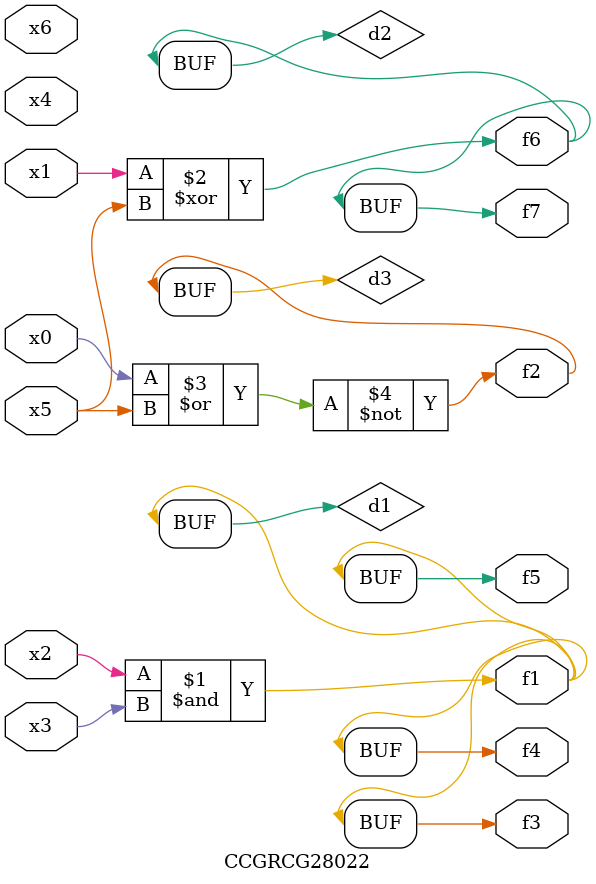
<source format=v>
module CCGRCG28022(
	input x0, x1, x2, x3, x4, x5, x6,
	output f1, f2, f3, f4, f5, f6, f7
);

	wire d1, d2, d3;

	and (d1, x2, x3);
	xor (d2, x1, x5);
	nor (d3, x0, x5);
	assign f1 = d1;
	assign f2 = d3;
	assign f3 = d1;
	assign f4 = d1;
	assign f5 = d1;
	assign f6 = d2;
	assign f7 = d2;
endmodule

</source>
